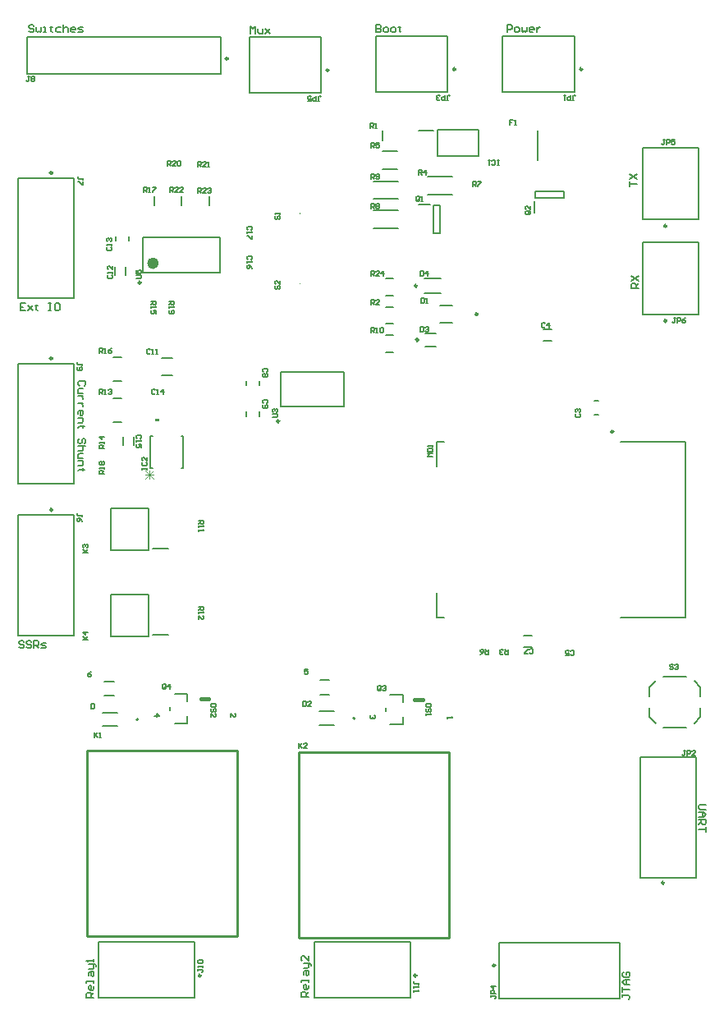
<source format=gto>
G04*
G04 #@! TF.GenerationSoftware,Altium Limited,Altium Designer,22.1.2 (22)*
G04*
G04 Layer_Color=65535*
%FSLAX25Y25*%
%MOIN*%
G70*
G04*
G04 #@! TF.SameCoordinates,9BB02E8B-A7E0-4FF3-B7F6-0A232C0EF0B8*
G04*
G04*
G04 #@! TF.FilePolarity,Positive*
G04*
G01*
G75*
%ADD10C,0.00984*%
%ADD11C,0.00394*%
%ADD12C,0.00787*%
%ADD13C,0.02362*%
%ADD14C,0.01000*%
%ADD15C,0.00500*%
%ADD16C,0.01575*%
%ADD17C,0.00600*%
%ADD18C,0.00300*%
G36*
X158812Y335850D02*
Y336850D01*
X160312D01*
Y335850D01*
X158812D01*
D02*
G37*
D10*
X366425Y415276D02*
G03*
X366425Y415276I-492J0D01*
G01*
X264919Y111001D02*
G03*
X264919Y111001I-492J0D01*
G01*
X177354Y111000D02*
G03*
X177354Y111000I-492J0D01*
G01*
X188382Y483224D02*
G03*
X188382Y483224I-492J0D01*
G01*
X366425Y376776D02*
G03*
X366425Y376776I-492J0D01*
G01*
X117059Y361575D02*
G03*
X117059Y361575I-492J0D01*
G01*
X229295Y478500D02*
G03*
X229295Y478500I-492J0D01*
G01*
X289795Y379500D02*
G03*
X289795Y379500I-492J0D01*
G01*
X365492Y148661D02*
G03*
X365492Y148661I-492J0D01*
G01*
X296917Y115134D02*
G03*
X296917Y115134I-492J0D01*
G01*
X280756Y478933D02*
G03*
X280756Y478933I-492J0D01*
G01*
X265201Y391000D02*
G03*
X265201Y391000I-492J0D01*
G01*
X265677Y369098D02*
G03*
X265677Y369098I-492J0D01*
G01*
X209213Y336028D02*
G03*
X209213Y336028I-492J0D01*
G01*
X152965Y392280D02*
G03*
X152965Y392280I-492J0D01*
G01*
X117059Y300075D02*
G03*
X117059Y300075I-492J0D01*
G01*
Y436839D02*
G03*
X117059Y436839I-492J0D01*
G01*
X344886Y331772D02*
G03*
X344886Y331772I-492J0D01*
G01*
X332217Y478933D02*
G03*
X332217Y478933I-492J0D01*
G01*
D11*
X377126Y237748D02*
G03*
X377126Y237354I0J-197D01*
G01*
D02*
G03*
X377126Y237748I0J197D01*
G01*
X217563Y420126D02*
G03*
X217563Y420520I0J197D01*
G01*
D02*
G03*
X217563Y420126I0J-197D01*
G01*
Y391626D02*
G03*
X217563Y392020I0J197D01*
G01*
D02*
G03*
X217563Y391626I0J-197D01*
G01*
D12*
X239941Y215500D02*
G03*
X239941Y215500I-394J0D01*
G01*
X151898Y215000D02*
G03*
X151898Y215000I-394J0D01*
G01*
X356681Y417933D02*
Y447067D01*
X379319D01*
Y417933D02*
Y447067D01*
X356681Y417933D02*
X379319D01*
X223384Y101945D02*
X262360D01*
X223384D02*
Y124583D01*
X262360D01*
Y101945D02*
Y124583D01*
X135819Y101945D02*
X174795D01*
X135819D02*
Y124583D01*
X174795D01*
Y101945D02*
Y124583D01*
X365118Y232236D02*
X374567D01*
X365118Y211764D02*
X374567D01*
X377716Y230661D02*
X380079Y227906D01*
Y224362D02*
Y227906D01*
Y216094D02*
Y219638D01*
X377716Y213339D02*
X380079Y216094D01*
X359606Y227906D02*
X361968Y230661D01*
X359606Y224362D02*
Y227906D01*
Y216094D02*
X361968Y213339D01*
X359606Y216094D02*
Y219638D01*
X269566Y435235D02*
X279433D01*
X269566Y428124D02*
X279433D01*
X106787Y476925D02*
X185528D01*
X106787D02*
Y491886D01*
X185528D01*
Y476925D02*
Y491886D01*
X356681Y379433D02*
X379319D01*
Y408567D01*
X356681D02*
X379319D01*
X356681Y379433D02*
Y408567D01*
X161335Y361772D02*
X165665D01*
X161335Y354685D02*
X165665D01*
X103181Y310591D02*
Y359409D01*
X125819D01*
Y310591D02*
Y359409D01*
X103181Y310591D02*
X125819D01*
X226146Y469248D02*
Y491886D01*
X197012D02*
X226146D01*
X197012Y469248D02*
Y491886D01*
Y469248D02*
X226146D01*
X142744Y409374D02*
Y411146D01*
X148256Y409374D02*
Y411146D01*
X274539Y382846D02*
X279461D01*
X274539Y376154D02*
X279461D01*
X355748Y199646D02*
X378386D01*
X355748Y150827D02*
Y199646D01*
Y150827D02*
X378386D01*
Y199646D01*
X347409Y101748D02*
Y124386D01*
X298591D02*
X347409D01*
X298591Y101748D02*
Y124386D01*
Y101748D02*
X347409D01*
X308302Y244441D02*
X311698D01*
X308302Y248890D02*
X311698D01*
X277606Y469681D02*
Y492319D01*
X248472D02*
X277606D01*
X248472Y469681D02*
Y492319D01*
Y469681D02*
X277606D01*
X312917Y420717D02*
Y425441D01*
X313016Y426819D02*
X324630D01*
Y429181D01*
X313016D02*
X324630D01*
X313016Y426819D02*
Y429181D01*
X314000Y442016D02*
Y453984D01*
X265839Y423906D02*
X270563D01*
X271941Y412193D02*
Y423807D01*
Y412193D02*
X274303D01*
Y423807D01*
X271941D02*
X274303D01*
X252591Y375555D02*
X255544D01*
X252591Y382445D02*
X255544D01*
X138106Y230354D02*
X142043D01*
X138106Y224646D02*
X142043D01*
X225650Y230854D02*
X229587D01*
X225650Y225146D02*
X229587D01*
X268154Y394150D02*
X274846D01*
X268154Y387850D02*
X274846D01*
X195744Y338114D02*
Y339886D01*
X201256Y338114D02*
Y339886D01*
X195744Y350614D02*
Y352386D01*
X201256Y350614D02*
Y352386D01*
X268335Y366424D02*
X272665D01*
X268335Y371559D02*
X272665D01*
X252591Y387055D02*
X255544D01*
X252591Y393945D02*
X255544D01*
X209695Y342100D02*
X235305D01*
Y355900D01*
X209695D02*
X235305D01*
X209695Y342100D02*
Y355900D01*
X252355Y218311D02*
Y219689D01*
X254225Y212898D02*
X259441D01*
Y222051D02*
Y225102D01*
Y212898D02*
Y215949D01*
X254225Y225102D02*
X259441D01*
X164829Y218697D02*
Y220075D01*
X166699Y213283D02*
X171915D01*
Y222437D02*
Y225488D01*
Y213283D02*
Y216335D01*
X166699Y225488D02*
X171915D01*
X252591Y364055D02*
X255544D01*
X252591Y370945D02*
X255544D01*
X150224Y326302D02*
Y329698D01*
X145776Y326302D02*
Y329698D01*
X180795Y423532D02*
Y427469D01*
X141925Y361870D02*
X145075D01*
X141925Y352421D02*
X145075D01*
X169295Y423532D02*
Y427469D01*
X157654Y284445D02*
X164150D01*
X156276Y283736D02*
Y300665D01*
X140724D02*
X156276D01*
X140724Y283736D02*
Y300665D01*
Y283736D02*
X156276D01*
X158500Y423532D02*
Y427469D01*
X185051Y396217D02*
Y410783D01*
X153949Y396217D02*
Y410783D01*
X185051D01*
X153949Y396217D02*
X185051D01*
X157654Y249406D02*
X164150D01*
X156276Y248697D02*
Y265626D01*
X140724D02*
X156276D01*
X140724Y248697D02*
Y265626D01*
Y248697D02*
X156276D01*
X103181Y249091D02*
X125819D01*
Y297909D01*
X103181D02*
X125819D01*
X103181Y249091D02*
Y297909D01*
Y385854D02*
X125819D01*
Y434673D01*
X103181D02*
X125819D01*
X103181Y385854D02*
Y434673D01*
X273319Y454315D02*
X290051D01*
Y443685D02*
Y454315D01*
X273319Y443685D02*
X290051D01*
X273319D02*
Y454315D01*
X265839Y454157D02*
X271941D01*
X146799Y395302D02*
Y398698D01*
X142350Y395302D02*
Y398698D01*
X337114Y338744D02*
X338886D01*
X337114Y344256D02*
X338886D01*
X347642Y327835D02*
X374177D01*
X273193D02*
X276146D01*
X273193Y256378D02*
Y266339D01*
Y317835D02*
Y327835D01*
X347642Y256378D02*
X374177D01*
X273193D02*
X276146D01*
X374177D02*
Y327835D01*
X251115Y450130D02*
Y453870D01*
X251047Y438291D02*
X256953D01*
X251047Y445772D02*
X256953D01*
X329067Y469681D02*
Y492319D01*
X299933D02*
X329067D01*
X299933Y469681D02*
Y492319D01*
Y469681D02*
X329067D01*
X247571Y433319D02*
X257438D01*
X247571Y426208D02*
X257438D01*
X247571Y421556D02*
X257438D01*
X247571Y414444D02*
X257438D01*
X316300Y373224D02*
X319697D01*
X316300Y368776D02*
X319697D01*
X141925Y345264D02*
X145075D01*
X141925Y335815D02*
X145075D01*
D13*
X159067Y400153D02*
G03*
X159067Y400153I-1181J0D01*
G01*
D14*
X130988Y126988D02*
X192012D01*
Y202185D01*
X130988D02*
X192012D01*
X130988Y126988D02*
Y202185D01*
X216988Y126488D02*
X278012D01*
Y201685D01*
X216988D02*
X278012D01*
X216988Y126488D02*
Y201685D01*
D15*
X225591Y212744D02*
X231496D01*
X225591Y218256D02*
X231496D01*
X137547Y212244D02*
X143453D01*
X137547Y217756D02*
X143453D01*
X355000Y390000D02*
X352001D01*
Y391499D01*
X352501Y391999D01*
X353501D01*
X354000Y391499D01*
Y390000D01*
Y391000D02*
X355000Y391999D01*
X352001Y392999D02*
X355000Y394998D01*
X352001D02*
X355000Y392999D01*
X351501Y431500D02*
Y433499D01*
Y432500D01*
X354500D01*
X351501Y434499D02*
X354500Y436498D01*
X351501D02*
X354500Y434499D01*
X301721Y493875D02*
Y496874D01*
X303221D01*
X303721Y496375D01*
Y495375D01*
X303221Y494875D01*
X301721D01*
X305220Y493875D02*
X306220D01*
X306720Y494375D01*
Y495375D01*
X306220Y495875D01*
X305220D01*
X304720Y495375D01*
Y494375D01*
X305220Y493875D01*
X307719Y495875D02*
Y494375D01*
X308219Y493875D01*
X308719Y494375D01*
X309219Y493875D01*
X309719Y494375D01*
Y495875D01*
X312218Y493875D02*
X311218D01*
X310718Y494375D01*
Y495375D01*
X311218Y495875D01*
X312218D01*
X312718Y495375D01*
Y494875D01*
X310718D01*
X313718Y495875D02*
Y493875D01*
Y494875D01*
X314217Y495375D01*
X314717Y495875D01*
X315217D01*
X382499Y180500D02*
X380000D01*
X379500Y180000D01*
Y179000D01*
X380000Y178501D01*
X382499D01*
X379500Y177501D02*
X381499D01*
X382499Y176501D01*
X381499Y175502D01*
X379500D01*
X380999D01*
Y177501D01*
X379500Y174502D02*
X382499D01*
Y173002D01*
X381999Y172503D01*
X380999D01*
X380500Y173002D01*
Y174502D01*
Y173502D02*
X379500Y172503D01*
X382499Y171503D02*
Y169503D01*
Y170503D01*
X379500D01*
X348501Y103499D02*
Y102500D01*
Y102999D01*
X351000D01*
X351500Y102500D01*
Y102000D01*
X351000Y101500D01*
X348501Y104499D02*
Y106498D01*
Y105499D01*
X351500D01*
Y107498D02*
X349501D01*
X348501Y108498D01*
X349501Y109497D01*
X351500D01*
X350001D01*
Y107498D01*
X349001Y112496D02*
X348501Y111997D01*
Y110997D01*
X349001Y110497D01*
X351000D01*
X351500Y110997D01*
Y111997D01*
X351000Y112496D01*
X350001D01*
Y111497D01*
X221000Y102500D02*
X218001D01*
Y103999D01*
X218501Y104499D01*
X219500D01*
X220000Y103999D01*
Y102500D01*
Y103500D02*
X221000Y104499D01*
Y106999D02*
Y105999D01*
X220500Y105499D01*
X219500D01*
X219001Y105999D01*
Y106999D01*
X219500Y107498D01*
X220000D01*
Y105499D01*
X221000Y108498D02*
Y109498D01*
Y108998D01*
X218001D01*
Y108498D01*
X219001Y111497D02*
Y112497D01*
X219500Y112997D01*
X221000D01*
Y111497D01*
X220500Y110997D01*
X220000Y111497D01*
Y112997D01*
X219001Y113996D02*
X220500D01*
X221000Y114496D01*
Y115996D01*
X221500D01*
X222000Y115496D01*
Y114996D01*
X221000Y115996D02*
X219001D01*
X221000Y118995D02*
Y116995D01*
X219001Y118995D01*
X218501D01*
X218001Y118495D01*
Y117495D01*
X218501Y116995D01*
X133925Y102052D02*
X130926D01*
Y103551D01*
X131426Y104051D01*
X132426D01*
X132926Y103551D01*
Y102052D01*
Y103051D02*
X133925Y104051D01*
Y106550D02*
Y105551D01*
X133425Y105051D01*
X132426D01*
X131926Y105551D01*
Y106550D01*
X132426Y107050D01*
X132926D01*
Y105051D01*
X133925Y108050D02*
Y109049D01*
Y108549D01*
X130926D01*
Y108050D01*
X131926Y111049D02*
Y112048D01*
X132426Y112548D01*
X133925D01*
Y111049D01*
X133425Y110549D01*
X132926Y111049D01*
Y112548D01*
X131926Y113548D02*
X133425D01*
X133925Y114048D01*
Y115547D01*
X134425D01*
X134925Y115047D01*
Y114548D01*
X133925Y115547D02*
X131926D01*
X133925Y116547D02*
Y117547D01*
Y117047D01*
X130926D01*
X131426Y116547D01*
X105499Y246499D02*
X104999Y246999D01*
X104000D01*
X103500Y246499D01*
Y245999D01*
X104000Y245499D01*
X104999D01*
X105499Y245000D01*
Y244500D01*
X104999Y244000D01*
X104000D01*
X103500Y244500D01*
X108498Y246499D02*
X107999Y246999D01*
X106999D01*
X106499Y246499D01*
Y245999D01*
X106999Y245499D01*
X107999D01*
X108498Y245000D01*
Y244500D01*
X107999Y244000D01*
X106999D01*
X106499Y244500D01*
X109498Y244000D02*
Y246999D01*
X110998D01*
X111497Y246499D01*
Y245499D01*
X110998Y245000D01*
X109498D01*
X110498D02*
X111497Y244000D01*
X112497D02*
X113997D01*
X114496Y244500D01*
X113997Y245000D01*
X112997D01*
X112497Y245499D01*
X112997Y245999D01*
X114496D01*
X129999Y350501D02*
X130499Y351000D01*
Y352000D01*
X129999Y352500D01*
X128000D01*
X127500Y352000D01*
Y351000D01*
X128000Y350501D01*
X129499Y349501D02*
X128000D01*
X127500Y349001D01*
Y347502D01*
X129499D01*
Y346502D02*
X127500D01*
X128500D01*
X128999Y346002D01*
X129499Y345502D01*
Y345002D01*
Y343503D02*
X127500D01*
X128500D01*
X128999Y343003D01*
X129499Y342503D01*
Y342003D01*
X127500Y339004D02*
Y340004D01*
X128000Y340504D01*
X128999D01*
X129499Y340004D01*
Y339004D01*
X128999Y338505D01*
X128500D01*
Y340504D01*
X127500Y337505D02*
X129499D01*
Y336005D01*
X128999Y335506D01*
X127500D01*
X129999Y334006D02*
X129499D01*
Y334506D01*
Y333506D01*
Y334006D01*
X128000D01*
X127500Y333506D01*
X129999Y327008D02*
X130499Y327508D01*
Y328508D01*
X129999Y329008D01*
X129499D01*
X128999Y328508D01*
Y327508D01*
X128500Y327008D01*
X128000D01*
X127500Y327508D01*
Y328508D01*
X128000Y329008D01*
X130499Y326009D02*
X127500D01*
X128999D01*
X129499Y325509D01*
Y324509D01*
X128999Y324009D01*
X127500D01*
X129499Y323009D02*
X128000D01*
X127500Y322510D01*
Y321010D01*
X129499D01*
X127500Y320010D02*
X129499D01*
Y318511D01*
X128999Y318011D01*
X127500D01*
X129999Y316512D02*
X129499D01*
Y317011D01*
Y316012D01*
Y316512D01*
X128000D01*
X127500Y316012D01*
X105999Y383999D02*
X104000D01*
Y381000D01*
X105999D01*
X104000Y382500D02*
X105000D01*
X106999Y382999D02*
X108998Y381000D01*
X107999Y382000D01*
X108998Y382999D01*
X106999Y381000D01*
X110498Y383499D02*
Y382999D01*
X109998D01*
X110998D01*
X110498D01*
Y381500D01*
X110998Y381000D01*
X115496Y383999D02*
X116496D01*
X115996D01*
Y381000D01*
X115496D01*
X116496D01*
X119495Y383999D02*
X118495D01*
X117996Y383499D01*
Y381500D01*
X118495Y381000D01*
X119495D01*
X119995Y381500D01*
Y383499D01*
X119495Y383999D01*
X109499Y496499D02*
X109000Y496999D01*
X108000D01*
X107500Y496499D01*
Y495999D01*
X108000Y495500D01*
X109000D01*
X109499Y495000D01*
Y494500D01*
X109000Y494000D01*
X108000D01*
X107500Y494500D01*
X110499Y495999D02*
Y494500D01*
X110999Y494000D01*
X111499Y494500D01*
X111999Y494000D01*
X112498Y494500D01*
Y495999D01*
X113498Y494000D02*
X114498D01*
X113998D01*
Y495999D01*
X113498D01*
X116497Y496499D02*
Y495999D01*
X115997D01*
X116997D01*
X116497D01*
Y494500D01*
X116997Y494000D01*
X120496Y495999D02*
X118996D01*
X118496Y495500D01*
Y494500D01*
X118996Y494000D01*
X120496D01*
X121495Y496999D02*
Y494000D01*
Y495500D01*
X121995Y495999D01*
X122995D01*
X123495Y495500D01*
Y494000D01*
X125994D02*
X124994D01*
X124495Y494500D01*
Y495500D01*
X124994Y495999D01*
X125994D01*
X126494Y495500D01*
Y495000D01*
X124495D01*
X127494Y494000D02*
X128993D01*
X129493Y494500D01*
X128993Y495000D01*
X127993D01*
X127494Y495500D01*
X127993Y495999D01*
X129493D01*
X197500Y493500D02*
Y496499D01*
X198500Y495499D01*
X199499Y496499D01*
Y493500D01*
X200499Y495499D02*
Y494000D01*
X200999Y493500D01*
X202498D01*
Y495499D01*
X203498D02*
X205497Y493500D01*
X204498Y494500D01*
X205497Y495499D01*
X203498Y493500D01*
X248500Y496999D02*
Y494000D01*
X249999D01*
X250499Y494500D01*
Y495000D01*
X249999Y495500D01*
X248500D01*
X249999D01*
X250499Y495999D01*
Y496499D01*
X249999Y496999D01*
X248500D01*
X251999Y494000D02*
X252998D01*
X253498Y494500D01*
Y495500D01*
X252998Y495999D01*
X251999D01*
X251499Y495500D01*
Y494500D01*
X251999Y494000D01*
X254998D02*
X255998D01*
X256497Y494500D01*
Y495500D01*
X255998Y495999D01*
X254998D01*
X254498Y495500D01*
Y494500D01*
X254998Y494000D01*
X257997Y496499D02*
Y495999D01*
X257497D01*
X258497D01*
X257997D01*
Y494500D01*
X258497Y494000D01*
X301721Y494070D02*
Y497069D01*
X303221D01*
X303721Y496569D01*
Y495570D01*
X303221Y495070D01*
X301721D01*
X305220Y494070D02*
X306220D01*
X306720Y494570D01*
Y495570D01*
X306220Y496070D01*
X305220D01*
X304720Y495570D01*
Y494570D01*
X305220Y494070D01*
X307719Y496070D02*
Y494570D01*
X308219Y494070D01*
X308719Y494570D01*
X309219Y494070D01*
X309719Y494570D01*
Y496070D01*
X312218Y494070D02*
X311218D01*
X310718Y494570D01*
Y495570D01*
X311218Y496070D01*
X312218D01*
X312718Y495570D01*
Y495070D01*
X310718D01*
X313718Y496070D02*
Y494070D01*
Y495070D01*
X314217Y495570D01*
X314717Y496070D01*
X315217D01*
X134144Y209704D02*
Y207705D01*
Y208371D01*
X135477Y209704D01*
X134477Y208705D01*
X135477Y207705D01*
X136143D02*
X136810D01*
X136476D01*
Y209704D01*
X136143Y209371D01*
X369167Y237167D02*
X368834Y237500D01*
X368167D01*
X367834Y237167D01*
Y236833D01*
X368167Y236500D01*
X368834D01*
X369167Y236167D01*
Y235834D01*
X368834Y235500D01*
X368167D01*
X367834Y235834D01*
X369833Y237167D02*
X370166Y237500D01*
X370833D01*
X371166Y237167D01*
Y236833D01*
X370833Y236500D01*
X370500D01*
X370833D01*
X371166Y236167D01*
Y235834D01*
X370833Y235500D01*
X370166D01*
X369833Y235834D01*
X365667Y450500D02*
X365001D01*
X365334D01*
Y448834D01*
X365001Y448500D01*
X364667D01*
X364334Y448834D01*
X366334Y448500D02*
Y450500D01*
X367333D01*
X367666Y450167D01*
Y449500D01*
X367333Y449167D01*
X366334D01*
X369666Y450500D02*
X368333D01*
Y449500D01*
X368999Y449833D01*
X369333D01*
X369666Y449500D01*
Y448834D01*
X369333Y448500D01*
X368666D01*
X368333Y448834D01*
X370167Y378000D02*
X369501D01*
X369834D01*
Y376334D01*
X369501Y376000D01*
X369167D01*
X368834Y376334D01*
X370834Y376000D02*
Y378000D01*
X371833D01*
X372166Y377666D01*
Y377000D01*
X371833Y376667D01*
X370834D01*
X374166Y378000D02*
X373499Y377666D01*
X372833Y377000D01*
Y376334D01*
X373166Y376000D01*
X373833D01*
X374166Y376334D01*
Y376667D01*
X373833Y377000D01*
X372833D01*
X265872Y107478D02*
Y108145D01*
Y107811D01*
X264206D01*
X263872Y108145D01*
Y108478D01*
X264206Y108811D01*
X263872Y106812D02*
Y106145D01*
Y106479D01*
X265872D01*
X265539Y106812D01*
X263872Y105146D02*
Y104479D01*
Y104812D01*
X265872D01*
X265539Y105146D01*
X176000Y113834D02*
Y113167D01*
Y113500D01*
X177666D01*
X178000Y113167D01*
Y112834D01*
X177666Y112501D01*
X178000Y114500D02*
Y115167D01*
Y114833D01*
X176000D01*
X176333Y114500D01*
Y116166D02*
X176000Y116499D01*
Y117166D01*
X176333Y117499D01*
X177666D01*
X178000Y117166D01*
Y116499D01*
X177666Y116166D01*
X176333D01*
X150957Y394054D02*
X152623D01*
X152956Y394388D01*
Y395054D01*
X152623Y395387D01*
X150957D01*
Y397387D02*
Y396054D01*
X151957D01*
X151623Y396720D01*
Y397053D01*
X151957Y397387D01*
X152623D01*
X152956Y397053D01*
Y396387D01*
X152623Y396054D01*
X206500Y337834D02*
X208166D01*
X208500Y338167D01*
Y338834D01*
X208166Y339167D01*
X206500D01*
X206834Y339833D02*
X206500Y340166D01*
Y340833D01*
X206834Y341166D01*
X207167D01*
X207500Y340833D01*
Y340500D01*
Y340833D01*
X207833Y341166D01*
X208166D01*
X208500Y340833D01*
Y340166D01*
X208166Y339833D01*
X207641Y391064D02*
X207307Y390731D01*
Y390065D01*
X207641Y389732D01*
X207974D01*
X208307Y390065D01*
Y390731D01*
X208640Y391064D01*
X208974D01*
X209307Y390731D01*
Y390065D01*
X208974Y389732D01*
X209307Y393064D02*
Y391731D01*
X207974Y393064D01*
X207641D01*
X207307Y392730D01*
Y392064D01*
X207641Y391731D01*
X207708Y419500D02*
X207374Y419167D01*
Y418500D01*
X207708Y418167D01*
X208041D01*
X208374Y418500D01*
Y419167D01*
X208707Y419500D01*
X209040D01*
X209374Y419167D01*
Y418500D01*
X209040Y418167D01*
X209374Y420166D02*
Y420833D01*
Y420500D01*
X207374D01*
X207708Y420166D01*
X246382Y395000D02*
Y397000D01*
X247381D01*
X247715Y396667D01*
Y396000D01*
X247381Y395667D01*
X246382D01*
X247048D02*
X247715Y395000D01*
X249714D02*
X248381D01*
X249714Y396333D01*
Y396667D01*
X249381Y397000D01*
X248714D01*
X248381Y396667D01*
X251380Y395000D02*
Y397000D01*
X250380Y396000D01*
X251713D01*
X176129Y428650D02*
Y430650D01*
X177129D01*
X177462Y430316D01*
Y429650D01*
X177129Y429317D01*
X176129D01*
X176796D02*
X177462Y428650D01*
X179462D02*
X178129D01*
X179462Y429983D01*
Y430316D01*
X179129Y430650D01*
X178462D01*
X178129Y430316D01*
X180128D02*
X180461Y430650D01*
X181128D01*
X181461Y430316D01*
Y429983D01*
X181128Y429650D01*
X180795D01*
X181128D01*
X181461Y429317D01*
Y428984D01*
X181128Y428650D01*
X180461D01*
X180128Y428984D01*
X164629Y429150D02*
Y431150D01*
X165629D01*
X165962Y430817D01*
Y430150D01*
X165629Y429817D01*
X164629D01*
X165296D02*
X165962Y429150D01*
X167962D02*
X166629D01*
X167962Y430483D01*
Y430817D01*
X167629Y431150D01*
X166962D01*
X166629Y430817D01*
X169961Y429150D02*
X168628D01*
X169961Y430483D01*
Y430817D01*
X169628Y431150D01*
X168961D01*
X168628Y430817D01*
X175963Y439500D02*
Y441500D01*
X176962D01*
X177296Y441166D01*
Y440500D01*
X176962Y440167D01*
X175963D01*
X176629D02*
X177296Y439500D01*
X179295D02*
X177962D01*
X179295Y440833D01*
Y441166D01*
X178962Y441500D01*
X178295D01*
X177962Y441166D01*
X179961Y439500D02*
X180628D01*
X180295D01*
Y441500D01*
X179961Y441166D01*
X163629Y439650D02*
Y441650D01*
X164629D01*
X164962Y441317D01*
Y440650D01*
X164629Y440317D01*
X163629D01*
X164296D02*
X164962Y439650D01*
X166962D02*
X165629D01*
X166962Y440983D01*
Y441317D01*
X166629Y441650D01*
X165962D01*
X165629Y441317D01*
X167628D02*
X167961Y441650D01*
X168628D01*
X168961Y441317D01*
Y439984D01*
X168628Y439650D01*
X167961D01*
X167628Y439984D01*
Y441317D01*
X164500Y384834D02*
X166500D01*
Y383834D01*
X166166Y383501D01*
X165500D01*
X165167Y383834D01*
Y384834D01*
Y384167D02*
X164500Y383501D01*
Y382835D02*
Y382168D01*
Y382501D01*
X166500D01*
X166166Y382835D01*
X164833Y381168D02*
X164500Y380835D01*
Y380169D01*
X164833Y379835D01*
X166166D01*
X166500Y380169D01*
Y380835D01*
X166166Y381168D01*
X165833D01*
X165500Y380835D01*
Y379835D01*
X138000Y314576D02*
X136000D01*
Y315575D01*
X136334Y315909D01*
X137000D01*
X137333Y315575D01*
Y314576D01*
Y315242D02*
X138000Y315909D01*
Y316575D02*
Y317241D01*
Y316908D01*
X136000D01*
X136334Y316575D01*
Y318241D02*
X136000Y318574D01*
Y319241D01*
X136334Y319574D01*
X136667D01*
X137000Y319241D01*
X137333Y319574D01*
X137666D01*
X138000Y319241D01*
Y318574D01*
X137666Y318241D01*
X137333D01*
X137000Y318574D01*
X136667Y318241D01*
X136334D01*
X137000Y318574D02*
Y319241D01*
X154001Y429000D02*
Y431000D01*
X155000D01*
X155334Y430666D01*
Y430000D01*
X155000Y429667D01*
X154001D01*
X154667D02*
X155334Y429000D01*
X156000D02*
X156667D01*
X156333D01*
Y431000D01*
X156000Y430666D01*
X157666Y431000D02*
X158999D01*
Y430666D01*
X157666Y429334D01*
Y429000D01*
X136284Y363646D02*
Y365645D01*
X137284D01*
X137617Y365312D01*
Y364646D01*
X137284Y364312D01*
X136284D01*
X136951D02*
X137617Y363646D01*
X138284D02*
X138950D01*
X138617D01*
Y365645D01*
X138284Y365312D01*
X141283Y365645D02*
X140616Y365312D01*
X139950Y364646D01*
Y363979D01*
X140283Y363646D01*
X140949D01*
X141283Y363979D01*
Y364312D01*
X140949Y364646D01*
X139950D01*
X157150Y384574D02*
X159150D01*
Y383574D01*
X158817Y383241D01*
X158150D01*
X157817Y383574D01*
Y384574D01*
Y383908D02*
X157150Y383241D01*
Y382575D02*
Y381908D01*
Y382241D01*
X159150D01*
X158817Y382575D01*
X159150Y379576D02*
Y380908D01*
X158150D01*
X158483Y380242D01*
Y379909D01*
X158150Y379576D01*
X157483D01*
X157150Y379909D01*
Y380575D01*
X157483Y380908D01*
X138000Y324926D02*
X136000D01*
Y325926D01*
X136334Y326259D01*
X137000D01*
X137333Y325926D01*
Y324926D01*
Y325592D02*
X138000Y326259D01*
Y326925D02*
Y327592D01*
Y327259D01*
X136000D01*
X136334Y326925D01*
X138000Y329591D02*
X136000D01*
X137000Y328591D01*
Y329924D01*
X136001Y347040D02*
Y349039D01*
X137001D01*
X137334Y348706D01*
Y348039D01*
X137001Y347706D01*
X136001D01*
X136667D02*
X137334Y347040D01*
X138000D02*
X138667D01*
X138333D01*
Y349039D01*
X138000Y348706D01*
X139666D02*
X139999Y349039D01*
X140666D01*
X140999Y348706D01*
Y348373D01*
X140666Y348039D01*
X140333D01*
X140666D01*
X140999Y347706D01*
Y347373D01*
X140666Y347040D01*
X139999D01*
X139666Y347373D01*
X176500Y260751D02*
X178500D01*
Y259752D01*
X178166Y259418D01*
X177500D01*
X177167Y259752D01*
Y260751D01*
Y260085D02*
X176500Y259418D01*
Y258752D02*
Y258085D01*
Y258419D01*
X178500D01*
X178166Y258752D01*
X176500Y255753D02*
Y257086D01*
X177833Y255753D01*
X178166D01*
X178500Y256086D01*
Y256752D01*
X178166Y257086D01*
X176500Y295567D02*
X178500D01*
Y294568D01*
X178166Y294235D01*
X177500D01*
X177167Y294568D01*
Y295567D01*
Y294901D02*
X176500Y294235D01*
Y293568D02*
Y292902D01*
Y293235D01*
X178500D01*
X178166Y293568D01*
X176500Y291902D02*
Y291236D01*
Y291569D01*
X178500D01*
X178166Y291902D01*
X246548Y372000D02*
Y374000D01*
X247548D01*
X247881Y373667D01*
Y373000D01*
X247548Y372667D01*
X246548D01*
X247215D02*
X247881Y372000D01*
X248548D02*
X249214D01*
X248881D01*
Y374000D01*
X248548Y373667D01*
X250214D02*
X250547Y374000D01*
X251214D01*
X251547Y373667D01*
Y372334D01*
X251214Y372000D01*
X250547D01*
X250214Y372334D01*
Y373667D01*
X246293Y434264D02*
Y436264D01*
X247293D01*
X247626Y435930D01*
Y435264D01*
X247293Y434931D01*
X246293D01*
X246960D02*
X247626Y434264D01*
X248292Y434597D02*
X248626Y434264D01*
X249292D01*
X249625Y434597D01*
Y435930D01*
X249292Y436264D01*
X248626D01*
X248292Y435930D01*
Y435597D01*
X248626Y435264D01*
X249625D01*
X246384Y422500D02*
Y424500D01*
X247384D01*
X247717Y424166D01*
Y423500D01*
X247384Y423167D01*
X246384D01*
X247050D02*
X247717Y422500D01*
X248383Y424166D02*
X248716Y424500D01*
X249383D01*
X249716Y424166D01*
Y423833D01*
X249383Y423500D01*
X249716Y423167D01*
Y422834D01*
X249383Y422500D01*
X248716D01*
X248383Y422834D01*
Y423167D01*
X248716Y423500D01*
X248383Y423833D01*
Y424166D01*
X248716Y423500D02*
X249383D01*
X287680Y431500D02*
Y433500D01*
X288680D01*
X289013Y433167D01*
Y432500D01*
X288680Y432167D01*
X287680D01*
X288347D02*
X289013Y431500D01*
X289680Y433500D02*
X291013D01*
Y433167D01*
X289680Y431834D01*
Y431500D01*
X294241Y243228D02*
Y241229D01*
X293241D01*
X292908Y241562D01*
Y242228D01*
X293241Y242562D01*
X294241D01*
X293575D02*
X292908Y243228D01*
X290909Y241229D02*
X291575Y241562D01*
X292242Y242228D01*
Y242895D01*
X291908Y243228D01*
X291242D01*
X290909Y242895D01*
Y242562D01*
X291242Y242228D01*
X292242D01*
X246334Y447032D02*
Y449031D01*
X247334D01*
X247667Y448698D01*
Y448032D01*
X247334Y447698D01*
X246334D01*
X247000D02*
X247667Y447032D01*
X249666Y449031D02*
X248333D01*
Y448032D01*
X249000Y448365D01*
X249333D01*
X249666Y448032D01*
Y447365D01*
X249333Y447032D01*
X248667D01*
X248333Y447365D01*
X265834Y436179D02*
Y438179D01*
X266834D01*
X267167Y437846D01*
Y437179D01*
X266834Y436846D01*
X265834D01*
X266500D02*
X267167Y436179D01*
X268833D02*
Y438179D01*
X267833Y437179D01*
X269166D01*
X302091Y243228D02*
Y241229D01*
X301092D01*
X300758Y241562D01*
Y242228D01*
X301092Y242562D01*
X302091D01*
X301425D02*
X300758Y243228D01*
X300092Y241562D02*
X299759Y241229D01*
X299092D01*
X298759Y241562D01*
Y241895D01*
X299092Y242228D01*
X299426D01*
X299092D01*
X298759Y242562D01*
Y242895D01*
X299092Y243228D01*
X299759D01*
X300092Y242895D01*
X246381Y383500D02*
Y385500D01*
X247381D01*
X247714Y385167D01*
Y384500D01*
X247381Y384167D01*
X246381D01*
X247048D02*
X247714Y383500D01*
X249714D02*
X248381D01*
X249714Y384833D01*
Y385167D01*
X249380Y385500D01*
X248714D01*
X248381Y385167D01*
X246282Y455000D02*
Y457000D01*
X247281D01*
X247615Y456667D01*
Y456000D01*
X247281Y455667D01*
X246282D01*
X246948D02*
X247615Y455000D01*
X248281D02*
X248947D01*
X248614D01*
Y457000D01*
X248281Y456667D01*
X163039Y227719D02*
Y229052D01*
X162706Y229385D01*
X162039D01*
X161706Y229052D01*
Y227719D01*
X162039Y227386D01*
X162706D01*
X162372Y228053D02*
X163039Y227386D01*
X162706D02*
X163039Y227719D01*
X164705Y227386D02*
Y229385D01*
X163705Y228386D01*
X165038D01*
X250340Y227093D02*
Y228426D01*
X250007Y228760D01*
X249341D01*
X249007Y228426D01*
Y227093D01*
X249341Y226760D01*
X250007D01*
X249674Y227427D02*
X250340Y226760D01*
X250007D02*
X250340Y227093D01*
X251007Y228426D02*
X251340Y228760D01*
X252006D01*
X252340Y228426D01*
Y228093D01*
X252006Y227760D01*
X251673D01*
X252006D01*
X252340Y227427D01*
Y227093D01*
X252006Y226760D01*
X251340D01*
X251007Y227093D01*
X310749Y421245D02*
X309416D01*
X309083Y420912D01*
Y420246D01*
X309416Y419913D01*
X310749D01*
X311082Y420246D01*
Y420912D01*
X310416Y420579D02*
X311082Y421245D01*
Y420912D02*
X310749Y421245D01*
X311082Y423245D02*
Y421912D01*
X309749Y423245D01*
X309416D01*
X309083Y422912D01*
Y422245D01*
X309416Y421912D01*
X266122Y425834D02*
Y427167D01*
X265789Y427500D01*
X265122D01*
X264789Y427167D01*
Y425834D01*
X265122Y425500D01*
X265789D01*
X265456Y426167D02*
X266122Y425500D01*
X265789D02*
X266122Y425834D01*
X266789Y425500D02*
X267455D01*
X267122D01*
Y427500D01*
X266789Y427167D01*
X271500Y321667D02*
X269500D01*
X270167Y322334D01*
X269500Y323000D01*
X271500D01*
X269500Y323667D02*
X271500D01*
Y324667D01*
X271166Y325000D01*
X269833D01*
X269500Y324667D01*
Y323667D01*
X271500Y325666D02*
Y326333D01*
Y325999D01*
X269500D01*
X269833Y325666D01*
X129500Y247495D02*
X131500D01*
X130833D01*
X129500Y248828D01*
X130500Y247829D01*
X131500Y248828D01*
Y250494D02*
X129500D01*
X130500Y249495D01*
Y250828D01*
X129500Y282535D02*
X131500D01*
X130833D01*
X129500Y283868D01*
X130500Y282868D01*
X131500Y283868D01*
X129833Y284534D02*
X129500Y284867D01*
Y285534D01*
X129833Y285867D01*
X130167D01*
X130500Y285534D01*
Y285201D01*
Y285534D01*
X130833Y285867D01*
X131166D01*
X131500Y285534D01*
Y284867D01*
X131166Y284534D01*
X217212Y205405D02*
Y203406D01*
Y204072D01*
X218545Y205405D01*
X217545Y204405D01*
X218545Y203406D01*
X220544D02*
X219211D01*
X220544Y204739D01*
Y205072D01*
X220211Y205405D01*
X219544D01*
X219211Y205072D01*
X224833Y466000D02*
X225499D01*
X225166D01*
Y467666D01*
X225499Y468000D01*
X225833D01*
X226166Y467666D01*
X224166Y468000D02*
Y466000D01*
X223167D01*
X222834Y466333D01*
Y467000D01*
X223167Y467333D01*
X224166D01*
X220834Y466000D02*
X222167D01*
Y467000D01*
X221501Y466667D01*
X221167D01*
X220834Y467000D01*
Y467666D01*
X221167Y468000D01*
X221834D01*
X222167Y467666D01*
X295000Y103167D02*
Y102501D01*
Y102834D01*
X296666D01*
X297000Y102501D01*
Y102167D01*
X296666Y101834D01*
X297000Y103834D02*
X295000D01*
Y104833D01*
X295334Y105166D01*
X296000D01*
X296333Y104833D01*
Y103834D01*
X297000Y106833D02*
X295000D01*
X296000Y105833D01*
Y107166D01*
X277022Y466500D02*
X277689D01*
X277356D01*
Y468166D01*
X277689Y468500D01*
X278022D01*
X278355Y468166D01*
X276356Y468500D02*
Y466500D01*
X275356D01*
X275023Y466833D01*
Y467500D01*
X275356Y467833D01*
X276356D01*
X274356Y466833D02*
X274023Y466500D01*
X273357D01*
X273024Y466833D01*
Y467167D01*
X273357Y467500D01*
X273690D01*
X273357D01*
X273024Y467833D01*
Y468166D01*
X273357Y468500D01*
X274023D01*
X274356Y468166D01*
X374167Y202500D02*
X373501D01*
X373834D01*
Y200834D01*
X373501Y200500D01*
X373167D01*
X372834Y200834D01*
X374834Y200500D02*
Y202500D01*
X375833D01*
X376166Y202167D01*
Y201500D01*
X375833Y201167D01*
X374834D01*
X378166Y200500D02*
X376833D01*
X378166Y201833D01*
Y202167D01*
X377833Y202500D01*
X377166D01*
X376833Y202167D01*
X328000Y466500D02*
X328666D01*
X328333D01*
Y468166D01*
X328666Y468500D01*
X328999D01*
X329333Y468166D01*
X327333Y468500D02*
Y466500D01*
X326333D01*
X326000Y466833D01*
Y467500D01*
X326333Y467833D01*
X327333D01*
X325334Y468500D02*
X324667D01*
X325001D01*
Y466500D01*
X325334Y466833D01*
X129000Y358833D02*
Y359500D01*
Y359166D01*
X127334D01*
X127000Y359500D01*
Y359833D01*
X127334Y360166D01*
Y358167D02*
X127000Y357834D01*
Y357167D01*
X127334Y356834D01*
X128666D01*
X129000Y357167D01*
Y357834D01*
X128666Y358167D01*
X128333D01*
X128000Y357834D01*
Y356834D01*
X107667Y476000D02*
X107000D01*
X107334D01*
Y474334D01*
X107000Y474000D01*
X106667D01*
X106334Y474334D01*
X108333Y475667D02*
X108667Y476000D01*
X109333D01*
X109666Y475667D01*
Y475333D01*
X109333Y475000D01*
X109666Y474667D01*
Y474334D01*
X109333Y474000D01*
X108667D01*
X108333Y474334D01*
Y474667D01*
X108667Y475000D01*
X108333Y475333D01*
Y475667D01*
X108667Y475000D02*
X109333D01*
X129567Y433861D02*
Y434527D01*
Y434194D01*
X127901D01*
X127567Y434527D01*
Y434861D01*
X127901Y435194D01*
X129567Y433194D02*
Y431861D01*
X129233D01*
X127901Y433194D01*
X127567D01*
X129000Y297333D02*
Y298000D01*
Y297666D01*
X127334D01*
X127000Y298000D01*
Y298333D01*
X127334Y298666D01*
X129000Y295334D02*
X128666Y296000D01*
X128000Y296667D01*
X127334D01*
X127000Y296334D01*
Y295667D01*
X127334Y295334D01*
X127667D01*
X128000Y295667D01*
Y296667D01*
X153500Y316501D02*
Y317167D01*
Y316834D01*
X155500D01*
Y316501D01*
Y317167D01*
X153833Y319500D02*
X153500Y319167D01*
Y318500D01*
X153833Y318167D01*
X155166D01*
X155500Y318500D01*
Y319167D01*
X155166Y319500D01*
X155500Y321499D02*
Y320166D01*
X154167Y321499D01*
X153833D01*
X153500Y321166D01*
Y320499D01*
X153833Y320166D01*
X298351Y440000D02*
X297685D01*
X298018D01*
Y442000D01*
X298351D01*
X297685D01*
X295352Y440334D02*
X295685Y440000D01*
X296352D01*
X296685Y440334D01*
Y441666D01*
X296352Y442000D01*
X295685D01*
X295352Y441666D01*
X294686Y442000D02*
X294019D01*
X294352D01*
Y440000D01*
X294686Y440334D01*
X304000Y458500D02*
X302667D01*
Y457500D01*
X303334D01*
X302667D01*
Y456500D01*
X304666D02*
X305333D01*
X305000D01*
Y458500D01*
X304666Y458167D01*
X132834Y221500D02*
Y219500D01*
X133833D01*
X134167Y219834D01*
Y221166D01*
X133833Y221500D01*
X132834D01*
X183500Y221484D02*
X181500D01*
Y220485D01*
X181834Y220151D01*
X183167D01*
X183500Y220485D01*
Y221484D01*
X183167Y218152D02*
X183500Y218485D01*
Y219152D01*
X183167Y219485D01*
X182833D01*
X182500Y219152D01*
Y218485D01*
X182167Y218152D01*
X181834D01*
X181500Y218485D01*
Y219152D01*
X181834Y219485D01*
X181500Y216153D02*
Y217486D01*
X182833Y216153D01*
X183167D01*
X183500Y216486D01*
Y217152D01*
X183167Y217486D01*
X270848Y221265D02*
X268848D01*
Y220266D01*
X269182Y219932D01*
X270514D01*
X270848Y220266D01*
Y221265D01*
X270514Y217933D02*
X270848Y218266D01*
Y218933D01*
X270514Y219266D01*
X270181D01*
X269848Y218933D01*
Y218266D01*
X269515Y217933D01*
X269182D01*
X268848Y218266D01*
Y218933D01*
X269182Y219266D01*
X268848Y217267D02*
Y216600D01*
Y216933D01*
X270848D01*
X270514Y217267D01*
X266334Y397000D02*
Y395000D01*
X267334D01*
X267667Y395334D01*
Y396667D01*
X267334Y397000D01*
X266334D01*
X269333Y395000D02*
Y397000D01*
X268333Y396000D01*
X269666D01*
X266605Y374500D02*
Y372500D01*
X267605D01*
X267938Y372834D01*
Y374166D01*
X267605Y374500D01*
X266605D01*
X268605Y374166D02*
X268938Y374500D01*
X269605D01*
X269938Y374166D01*
Y373833D01*
X269605Y373500D01*
X269271D01*
X269605D01*
X269938Y373167D01*
Y372834D01*
X269605Y372500D01*
X268938D01*
X268605Y372834D01*
X218877Y222500D02*
Y220500D01*
X219877D01*
X220210Y220834D01*
Y222166D01*
X219877Y222500D01*
X218877D01*
X222209Y220500D02*
X220877D01*
X222209Y221833D01*
Y222166D01*
X221876Y222500D01*
X221210D01*
X220877Y222166D01*
X266667Y386000D02*
Y384000D01*
X267667D01*
X268000Y384334D01*
Y385666D01*
X267667Y386000D01*
X266667D01*
X268666Y384000D02*
X269333D01*
X269000D01*
Y386000D01*
X268666Y385666D01*
X197817Y413741D02*
X198150Y414074D01*
Y414741D01*
X197817Y415074D01*
X196484D01*
X196150Y414741D01*
Y414074D01*
X196484Y413741D01*
X196150Y413075D02*
Y412408D01*
Y412741D01*
X198150D01*
X197817Y413075D01*
X198150Y411409D02*
Y410076D01*
X197817D01*
X196484Y411409D01*
X196150D01*
X197817Y401741D02*
X198150Y402074D01*
Y402741D01*
X197817Y403074D01*
X196484D01*
X196150Y402741D01*
Y402074D01*
X196484Y401741D01*
X196150Y401075D02*
Y400408D01*
Y400741D01*
X198150D01*
X197817Y401075D01*
X198150Y398076D02*
X197817Y398742D01*
X197150Y399409D01*
X196484D01*
X196150Y399075D01*
Y398409D01*
X196484Y398076D01*
X196817D01*
X197150Y398409D01*
Y399409D01*
X152816Y329166D02*
X153150Y329500D01*
Y330166D01*
X152816Y330499D01*
X151484D01*
X151150Y330166D01*
Y329500D01*
X151484Y329166D01*
X151150Y328500D02*
Y327833D01*
Y328167D01*
X153150D01*
X152816Y328500D01*
X153150Y325501D02*
Y326834D01*
X152150D01*
X152483Y326167D01*
Y325834D01*
X152150Y325501D01*
X151484D01*
X151150Y325834D01*
Y326501D01*
X151484Y326834D01*
X158834Y348667D02*
X158501Y349000D01*
X157834D01*
X157501Y348667D01*
Y347334D01*
X157834Y347000D01*
X158501D01*
X158834Y347334D01*
X159500Y347000D02*
X160167D01*
X159833D01*
Y349000D01*
X159500Y348667D01*
X162166Y347000D02*
Y349000D01*
X161166Y348000D01*
X162499D01*
X139333Y406834D02*
X139000Y406500D01*
Y405834D01*
X139333Y405501D01*
X140666D01*
X141000Y405834D01*
Y406500D01*
X140666Y406834D01*
X141000Y407500D02*
Y408167D01*
Y407833D01*
X139000D01*
X139333Y407500D01*
Y409166D02*
X139000Y409500D01*
Y410166D01*
X139333Y410499D01*
X139667D01*
X140000Y410166D01*
Y409833D01*
Y410166D01*
X140333Y410499D01*
X140666D01*
X141000Y410166D01*
Y409500D01*
X140666Y409166D01*
X139908Y395334D02*
X139575Y395001D01*
Y394334D01*
X139908Y394001D01*
X141241D01*
X141575Y394334D01*
Y395001D01*
X141241Y395334D01*
X141575Y396000D02*
Y396667D01*
Y396333D01*
X139575D01*
X139908Y396000D01*
X141575Y398999D02*
Y397666D01*
X140242Y398999D01*
X139908D01*
X139575Y398666D01*
Y398000D01*
X139908Y397666D01*
X156679Y364895D02*
X156345Y365228D01*
X155679D01*
X155346Y364895D01*
Y363562D01*
X155679Y363229D01*
X156345D01*
X156679Y363562D01*
X157345Y363229D02*
X158012D01*
X157678D01*
Y365228D01*
X157345Y364895D01*
X159011Y363229D02*
X159678D01*
X159345D01*
Y365228D01*
X159011Y364895D01*
X204167Y343483D02*
X204500Y343816D01*
Y344483D01*
X204167Y344816D01*
X202834D01*
X202500Y344483D01*
Y343816D01*
X202834Y343483D01*
Y342817D02*
X202500Y342483D01*
Y341817D01*
X202834Y341484D01*
X204167D01*
X204500Y341817D01*
Y342483D01*
X204167Y342817D01*
X203833D01*
X203500Y342483D01*
Y341484D01*
X204167Y355983D02*
X204500Y356316D01*
Y356983D01*
X204167Y357316D01*
X202834D01*
X202500Y356983D01*
Y356316D01*
X202834Y355983D01*
X204167Y355317D02*
X204500Y354983D01*
Y354317D01*
X204167Y353984D01*
X203833D01*
X203500Y354317D01*
X203167Y353984D01*
X202834D01*
X202500Y354317D01*
Y354983D01*
X202834Y355317D01*
X203167D01*
X203500Y354983D01*
X203833Y355317D01*
X204167D01*
X203500Y354983D02*
Y354317D01*
X310834Y241999D02*
X311168Y241666D01*
X311834D01*
X312167Y241999D01*
Y243332D01*
X311834Y243665D01*
X311168D01*
X310834Y243332D01*
X310168Y241666D02*
X308835D01*
Y241999D01*
X310168Y243332D01*
Y243665D01*
X327333Y241334D02*
X327666Y241000D01*
X328333D01*
X328666Y241334D01*
Y242666D01*
X328333Y243000D01*
X327666D01*
X327333Y242666D01*
X325334Y241000D02*
X326667D01*
Y242000D01*
X326000Y241667D01*
X325667D01*
X325334Y242000D01*
Y242666D01*
X325667Y243000D01*
X326333D01*
X326667Y242666D01*
X317166Y375666D02*
X316832Y376000D01*
X316166D01*
X315833Y375666D01*
Y374334D01*
X316166Y374000D01*
X316832D01*
X317166Y374334D01*
X318832Y374000D02*
Y376000D01*
X317832Y375000D01*
X319165D01*
X329834Y339167D02*
X329500Y338834D01*
Y338167D01*
X329834Y337834D01*
X331166D01*
X331500Y338167D01*
Y338834D01*
X331166Y339167D01*
X329834Y339833D02*
X329500Y340166D01*
Y340833D01*
X329834Y341166D01*
X330167D01*
X330500Y340833D01*
Y340500D01*
Y340833D01*
X330833Y341166D01*
X331166D01*
X331500Y340833D01*
Y340166D01*
X331166Y339833D01*
X132741Y234500D02*
X132075Y234167D01*
X131408Y233500D01*
Y232834D01*
X131742Y232500D01*
X132408D01*
X132741Y232834D01*
Y233167D01*
X132408Y233500D01*
X131408D01*
X220785Y235500D02*
X219452D01*
Y234500D01*
X220118Y234833D01*
X220451D01*
X220785Y234500D01*
Y233834D01*
X220451Y233500D01*
X219785D01*
X219452Y233834D01*
X158500Y216494D02*
X160500D01*
X159500Y217493D01*
Y216160D01*
X247667Y216533D02*
X248000Y216199D01*
Y215533D01*
X247667Y215200D01*
X247333D01*
X247000Y215533D01*
Y215866D01*
Y215533D01*
X246667Y215200D01*
X246334D01*
X246000Y215533D01*
Y216199D01*
X246334Y216533D01*
X189500Y216086D02*
Y217418D01*
X190833Y216086D01*
X191166D01*
X191500Y216419D01*
Y217085D01*
X191166Y217418D01*
X277500Y216125D02*
Y215458D01*
Y215791D01*
X279500D01*
X279166Y216125D01*
D16*
X177425Y223315D02*
X180574D01*
X264273Y222929D02*
X267423D01*
D17*
X169298Y316900D02*
X170100D01*
X156900D02*
X157702D01*
X156900D02*
Y330100D01*
X169298D02*
X170100D01*
Y316900D02*
Y330100D01*
X156900D02*
X157702D01*
D18*
X154797Y312525D02*
X158129Y315857D01*
Y312525D02*
X154797Y315857D01*
X156463Y312525D02*
Y315857D01*
X158129Y314191D02*
X154797D01*
M02*

</source>
